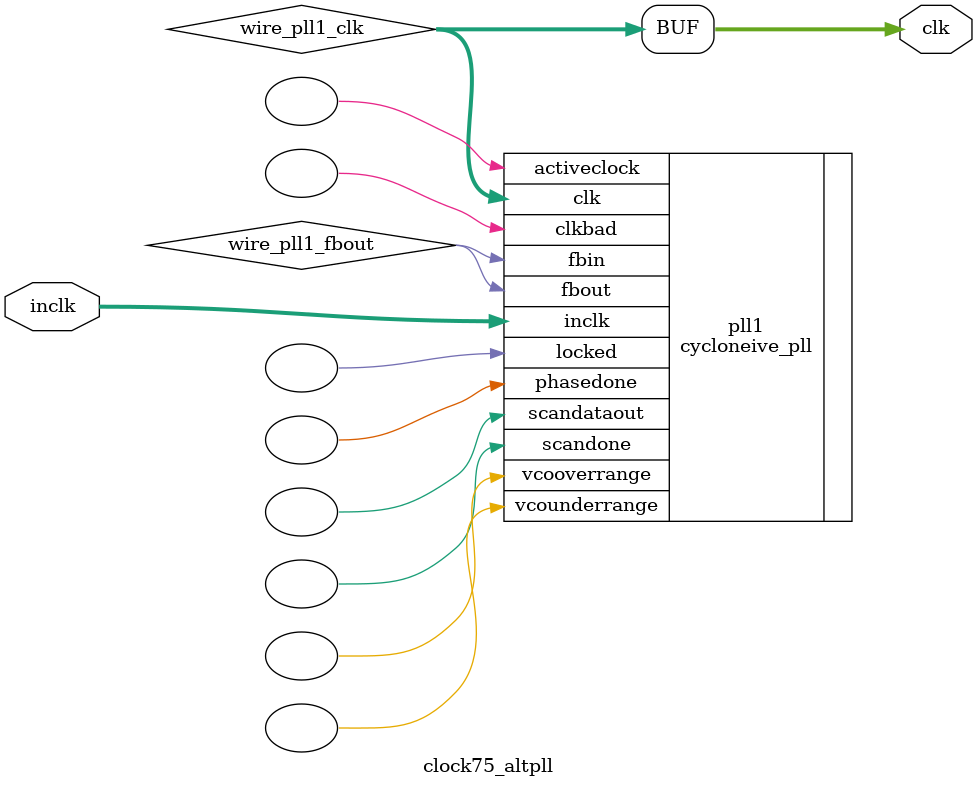
<source format=v>






//synthesis_resources = cycloneive_pll 1 
//synopsys translate_off
`timescale 1 ps / 1 ps
//synopsys translate_on
module  clock75_altpll
	( 
	clk,
	inclk) /* synthesis synthesis_clearbox=1 */;
	output   [4:0]  clk;
	input   [1:0]  inclk;
`ifndef ALTERA_RESERVED_QIS
// synopsys translate_off
`endif
	tri0   [1:0]  inclk;
`ifndef ALTERA_RESERVED_QIS
// synopsys translate_on
`endif

	wire  [4:0]   wire_pll1_clk;
	wire  wire_pll1_fbout;

	cycloneive_pll   pll1
	( 
	.activeclock(),
	.clk(wire_pll1_clk),
	.clkbad(),
	.fbin(wire_pll1_fbout),
	.fbout(wire_pll1_fbout),
	.inclk(inclk),
	.locked(),
	.phasedone(),
	.scandataout(),
	.scandone(),
	.vcooverrange(),
	.vcounderrange()
	`ifndef FORMAL_VERIFICATION
	// synopsys translate_off
	`endif
	,
	.areset(1'b0),
	.clkswitch(1'b0),
	.configupdate(1'b0),
	.pfdena(1'b1),
	.phasecounterselect({3{1'b0}}),
	.phasestep(1'b0),
	.phaseupdown(1'b0),
	.scanclk(1'b0),
	.scanclkena(1'b1),
	.scandata(1'b0)
	`ifndef FORMAL_VERIFICATION
	// synopsys translate_on
	`endif
	);
	defparam
		pll1.bandwidth_type = "auto",
		pll1.clk0_divide_by = 2,
		pll1.clk0_duty_cycle = 50,
		pll1.clk0_multiply_by = 3,
		pll1.clk0_phase_shift = "0",
		pll1.compensate_clock = "clk0",
		pll1.inclk0_input_frequency = 20000,
		pll1.operation_mode = "normal",
		pll1.pll_type = "auto",
		pll1.lpm_type = "cycloneive_pll";
	assign
		clk = {wire_pll1_clk[4:0]};
endmodule //clock75_altpll
//VALID FILE

</source>
